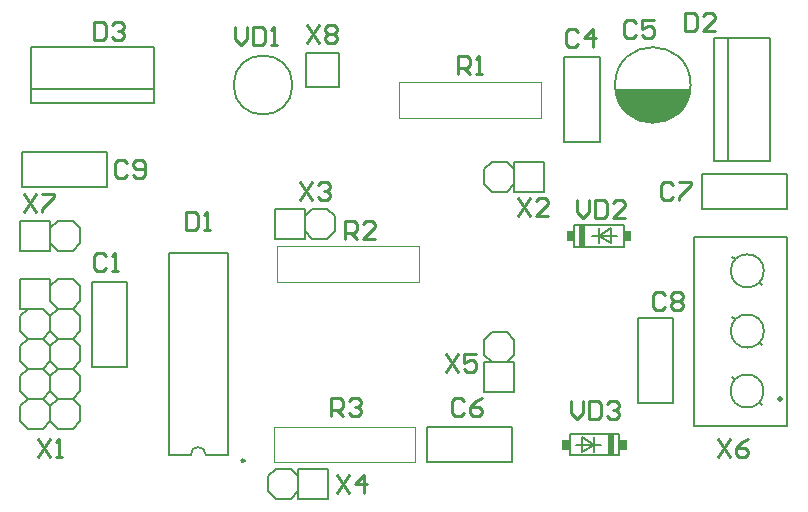
<source format=gto>
G04*
G04 #@! TF.GenerationSoftware,Altium Limited,Altium Designer,21.2.0 (30)*
G04*
G04 Layer_Color=65535*
%FSLAX25Y25*%
%MOIN*%
G70*
G04*
G04 #@! TF.SameCoordinates,D78A5DD7-0F4C-42E9-AD24-41DAAD22F730*
G04*
G04*
G04 #@! TF.FilePolarity,Positive*
G04*
G01*
G75*
%ADD10C,0.00787*%
%ADD11C,0.00984*%
%ADD12C,0.01968*%
%ADD13C,0.00394*%
%ADD14C,0.00600*%
%ADD15C,0.01000*%
G36*
X190315Y35361D02*
X192802D01*
Y32012D01*
X190315D01*
Y35361D01*
D02*
G37*
G36*
X209209Y35359D02*
X211712D01*
Y32012D01*
X209209D01*
Y35359D01*
D02*
G37*
G36*
X205512Y37432D02*
X207523D01*
Y30063D01*
X205512D01*
Y37432D01*
D02*
G37*
G36*
X232480Y149508D02*
X230906Y146358D01*
X228642Y143898D01*
X226378Y142421D01*
X223425Y141339D01*
X220472Y140945D01*
X217913Y141240D01*
X215256Y142028D01*
X212598Y143701D01*
X210531Y145768D01*
X209055Y148327D01*
X208169Y150886D01*
X207874Y152362D01*
X233071D01*
X232480Y149508D01*
D02*
G37*
G36*
X194335Y101649D02*
X191831D01*
Y104996D01*
X194335D01*
Y101649D01*
D02*
G37*
G36*
X213228Y101647D02*
X210742D01*
Y104996D01*
X213228D01*
Y101647D01*
D02*
G37*
G36*
X198031Y99576D02*
X196020D01*
Y106945D01*
X198031D01*
Y99576D01*
D02*
G37*
D10*
X100394Y153543D02*
G03*
X100394Y153543I-9843J0D01*
G01*
X257480Y71535D02*
G03*
X257480Y71535I-5512J0D01*
G01*
X257382Y51535D02*
G03*
X257382Y51535I-5512J0D01*
G01*
X257480Y91594D02*
G03*
X257480Y91594I-5512J0D01*
G01*
X233071Y153543D02*
G03*
X233071Y153543I-12598J0D01*
G01*
X71437Y30354D02*
G03*
X66437Y30354I-2500J0D01*
G01*
X13201Y166142D02*
X54134D01*
Y147441D02*
Y166142D01*
X13201Y147441D02*
Y166142D01*
Y147441D02*
X54134D01*
X13201Y152091D02*
X54134D01*
X234252Y103032D02*
X265354D01*
X256199Y67498D02*
X256955Y66776D01*
X246982Y76295D02*
X247739Y75573D01*
X265354Y40039D02*
Y103032D01*
X234252Y40039D02*
Y103032D01*
Y40039D02*
X265354D01*
X256100Y47498D02*
X256856Y46776D01*
X246884Y56295D02*
X247640Y55573D01*
X246982Y96354D02*
X247739Y95632D01*
X256199Y87557D02*
X256955Y86835D01*
X9685Y108346D02*
X19685D01*
Y98347D02*
Y108346D01*
X9685Y98347D02*
Y108346D01*
X19685Y105847D02*
X22185Y108346D01*
X27185D01*
X29685Y105847D01*
Y100847D02*
Y105847D01*
X27185Y98347D02*
X29685Y100847D01*
X22185Y98347D02*
X27185D01*
X19685Y100847D02*
X22185Y98347D01*
X9685D02*
X19685D01*
X104724Y164173D02*
X115748D01*
Y152756D02*
Y164173D01*
X104724Y152756D02*
Y164173D01*
Y152756D02*
X115748D01*
X9685Y78976D02*
Y88976D01*
X19685Y76476D02*
X22185Y78976D01*
X19685Y86476D02*
X22185Y88976D01*
X19685Y81476D02*
X22185Y78976D01*
X19685Y81476D02*
Y88976D01*
X9685Y78976D02*
X17185D01*
X9685Y88976D02*
X19685D01*
X17185Y78976D02*
X19685Y76476D01*
X9685D02*
X12185Y78976D01*
X9685Y41476D02*
Y46476D01*
Y51476D02*
Y56476D01*
Y61476D02*
Y66476D01*
Y71476D02*
Y76476D01*
X22185Y48976D02*
X27185D01*
X29685Y46476D01*
Y41476D02*
Y46476D01*
X27185Y38976D02*
X29685Y41476D01*
X22185Y38976D02*
X27185D01*
X19685Y41476D02*
X22185Y38976D01*
X19685Y41476D02*
Y46476D01*
X22185Y48976D01*
X19685Y56476D02*
X22185Y58976D01*
X19685Y51476D02*
Y56476D01*
Y51476D02*
X22185Y48976D01*
X27185D02*
X29685Y51476D01*
Y56476D01*
X27185Y58976D02*
X29685Y56476D01*
X27185Y68976D02*
X29685Y66476D01*
Y61476D02*
Y66476D01*
X27185Y58976D02*
X29685Y61476D01*
X22185Y58976D02*
X27185D01*
X19685Y61476D02*
X22185Y58976D01*
X19685Y61476D02*
Y66476D01*
X22185Y68976D01*
X19685Y71476D02*
Y76476D01*
Y71476D02*
X22185Y68976D01*
X27185D01*
X29685Y71476D01*
Y76476D01*
X27185Y78976D02*
X29685Y76476D01*
X27185Y88976D02*
X29685Y86476D01*
X22185Y88976D02*
X27185D01*
X22185Y78976D02*
X27185D01*
X29685Y81476D01*
Y86476D01*
Y81476D02*
Y86476D01*
X17185Y68976D02*
X19685Y71476D01*
X12185Y68976D02*
X17185D01*
X9685Y71476D02*
X12185Y68976D01*
X29685Y71476D02*
Y76476D01*
X9685Y66476D02*
X12185Y68976D01*
X29685Y61476D02*
Y66476D01*
X9685Y61476D02*
X12185Y58976D01*
X17185D01*
X19685Y61476D01*
X17185Y68976D02*
X19685Y66476D01*
X17185Y58976D02*
X19685Y56476D01*
X17185Y48976D02*
X19685Y51476D01*
X9685D02*
X12185Y48976D01*
X29685Y51476D02*
Y56476D01*
X9685D02*
X12185Y58976D01*
X9685Y46476D02*
X12185Y48976D01*
X29685Y41476D02*
Y46476D01*
X9685Y41476D02*
X12185Y38976D01*
X17185D01*
X19685Y41476D01*
X17185Y48976D02*
X19685Y46476D01*
X12185Y48976D02*
X17185D01*
X10236Y131299D02*
X38583D01*
X10236D02*
X10236Y119488D01*
X38583D01*
X38583Y131299D01*
X59094Y97638D02*
X78780D01*
X59094Y30354D02*
X66437D01*
X71437D02*
X78780D01*
X59094D02*
Y97638D01*
X78780Y30354D02*
Y97638D01*
X33465Y59646D02*
X45276Y59646D01*
X33465Y59646D02*
Y87992D01*
X45276Y87992D01*
Y59646D02*
Y87992D01*
X190945Y134449D02*
X202756Y134449D01*
X190945Y134449D02*
Y162795D01*
X202756Y162795D01*
Y134449D02*
Y162795D01*
X145276Y39567D02*
X173622D01*
X145276D02*
X145276Y27756D01*
X173622D01*
X173622Y39567D01*
X236811Y124016D02*
X265158D01*
X236811D02*
X236811Y112205D01*
X265158D01*
X265158Y124016D01*
X215551Y75787D02*
X227362Y75787D01*
Y47441D02*
Y75787D01*
X215551Y47441D02*
X227362Y47441D01*
X215551Y47441D02*
Y75787D01*
X259646Y128347D02*
Y169280D01*
X240945Y128347D02*
X259646D01*
X240945Y169280D02*
X259646D01*
X240945Y128347D02*
Y169280D01*
X245595Y128347D02*
Y169280D01*
X174291Y118032D02*
X184291D01*
X174291D02*
Y128032D01*
X184291Y118032D02*
Y128032D01*
X171791Y118032D02*
X174291Y120531D01*
X166791Y118032D02*
X171791D01*
X164291Y120531D02*
X166791Y118032D01*
X164291Y120531D02*
Y125531D01*
X166791Y128032D01*
X171791D01*
X174291Y125531D01*
Y128032D02*
X184291D01*
X94410Y112284D02*
X104409D01*
Y102284D02*
Y112284D01*
X94410Y102284D02*
Y112284D01*
X104409Y109783D02*
X106909Y112284D01*
X111909D01*
X114409Y109783D01*
Y104783D02*
Y109783D01*
X111909Y102284D02*
X114409Y104783D01*
X106909Y102284D02*
X111909D01*
X104409Y104783D02*
X106909Y102284D01*
X94410D02*
X104409D01*
X102362Y15669D02*
X112362D01*
X102362D02*
Y25669D01*
X112362Y15669D02*
Y25669D01*
X99862Y15669D02*
X102362Y18169D01*
X94862Y15669D02*
X99862D01*
X92362Y18169D02*
X94862Y15669D01*
X92362Y18169D02*
Y23169D01*
X94862Y25669D01*
X99862D01*
X102362Y23169D01*
Y25669D02*
X112362D01*
X164291Y51102D02*
Y61102D01*
X174291D01*
X164291Y51102D02*
X174291D01*
X164291Y63602D02*
X166791Y61102D01*
X164291Y63602D02*
Y68602D01*
X166791Y71102D01*
X171791D01*
X174291Y68602D01*
Y63602D02*
Y68602D01*
X171791Y61102D02*
X174291Y63602D01*
Y51102D02*
Y61102D01*
D11*
X84390Y28307D02*
G03*
X84390Y28307I-492J0D01*
G01*
D12*
X262795Y48898D02*
D03*
D13*
X94095Y39567D02*
X141339D01*
X94095Y27756D02*
Y39567D01*
X141339Y27756D02*
Y39567D01*
X94095Y27756D02*
X141339D01*
X135827Y142638D02*
X183071D01*
Y154449D01*
X135827Y142638D02*
Y154449D01*
X183071D01*
X95276Y99803D02*
X142520D01*
X95276Y87992D02*
Y99803D01*
X142520Y87992D02*
Y99803D01*
X95276Y87992D02*
X142520D01*
D14*
X201012Y33685D02*
X203370D01*
X197012Y36185D02*
X201012Y33685D01*
Y36185D01*
Y31185D02*
Y33685D01*
X197012Y31185D02*
X201012Y33685D01*
X195012D02*
X201012D01*
X197012Y31185D02*
Y36185D01*
X209209Y30063D02*
Y37307D01*
X192815Y30063D02*
X209209D01*
X192815D02*
Y37307D01*
X209209D01*
X200173Y103323D02*
X202532D01*
X206532Y100823D01*
X202532D02*
Y103323D01*
Y105823D01*
Y103323D02*
X206532Y105823D01*
X202532Y103323D02*
X208531D01*
X206532Y100823D02*
Y105823D01*
X194335Y99701D02*
Y106945D01*
X210728D01*
Y99701D02*
Y106945D01*
X194335Y99701D02*
X210728D01*
D15*
X34372Y174653D02*
Y168655D01*
X37371D01*
X38370Y169654D01*
Y173653D01*
X37371Y174653D01*
X34372D01*
X40370Y173653D02*
X41369Y174653D01*
X43369D01*
X44368Y173653D01*
Y172653D01*
X43369Y171653D01*
X42369D01*
X43369D01*
X44368Y170654D01*
Y169654D01*
X43369Y168655D01*
X41369D01*
X40370Y169654D01*
X113112Y43064D02*
Y49062D01*
X116111D01*
X117111Y48062D01*
Y46063D01*
X116111Y45063D01*
X113112D01*
X115111D02*
X117111Y43064D01*
X119110Y48062D02*
X120110Y49062D01*
X122109D01*
X123109Y48062D01*
Y47063D01*
X122109Y46063D01*
X121109D01*
X122109D01*
X123109Y45063D01*
Y44064D01*
X122109Y43064D01*
X120110D01*
X119110Y44064D01*
X81359Y172800D02*
Y168801D01*
X83358Y166802D01*
X85358Y168801D01*
Y172800D01*
X87357D02*
Y166802D01*
X90356D01*
X91356Y167801D01*
Y171800D01*
X90356Y172800D01*
X87357D01*
X93355Y166802D02*
X95354D01*
X94355D01*
Y172800D01*
X93355Y171800D01*
X193184Y48275D02*
Y44276D01*
X195183Y42277D01*
X197182Y44276D01*
Y48275D01*
X199182D02*
Y42277D01*
X202181D01*
X203181Y43276D01*
Y47275D01*
X202181Y48275D01*
X199182D01*
X205180Y47275D02*
X206179Y48275D01*
X208179D01*
X209178Y47275D01*
Y46275D01*
X208179Y45276D01*
X207179D01*
X208179D01*
X209178Y44276D01*
Y43276D01*
X208179Y42277D01*
X206179D01*
X205180Y43276D01*
X242246Y35676D02*
X246244Y29678D01*
Y35676D02*
X242246Y29678D01*
X252242Y35676D02*
X250243Y34677D01*
X248244Y32677D01*
Y30678D01*
X249243Y29678D01*
X251243D01*
X252242Y30678D01*
Y31677D01*
X251243Y32677D01*
X248244D01*
X10848Y117074D02*
X14847Y111076D01*
Y117074D02*
X10848Y111076D01*
X16846Y117074D02*
X20845D01*
Y116074D01*
X16846Y112075D01*
Y111076D01*
X105359Y173584D02*
X109358Y167586D01*
Y173584D02*
X105359Y167586D01*
X111357Y172584D02*
X112357Y173584D01*
X114356D01*
X115356Y172584D01*
Y171584D01*
X114356Y170585D01*
X115356Y169585D01*
Y168586D01*
X114356Y167586D01*
X112357D01*
X111357Y168586D01*
Y169585D01*
X112357Y170585D01*
X111357Y171584D01*
Y172584D01*
X112357Y170585D02*
X114356D01*
X15686Y35479D02*
X19685Y29481D01*
Y35479D02*
X15686Y29481D01*
X21684D02*
X23684D01*
X22684D01*
Y35479D01*
X21684Y34480D01*
X45063Y127393D02*
X44064Y128393D01*
X42064D01*
X41065Y127393D01*
Y123394D01*
X42064Y122395D01*
X44064D01*
X45063Y123394D01*
X47063D02*
X48062Y122395D01*
X50062D01*
X51061Y123394D01*
Y127393D01*
X50062Y128393D01*
X48062D01*
X47063Y127393D01*
Y126393D01*
X48062Y125394D01*
X51061D01*
X214748Y174047D02*
X213749Y175046D01*
X211749D01*
X210750Y174047D01*
Y170048D01*
X211749Y169048D01*
X213749D01*
X214748Y170048D01*
X220746Y175046D02*
X216748D01*
Y172047D01*
X218747Y173047D01*
X219747D01*
X220746Y172047D01*
Y170048D01*
X219747Y169048D01*
X217747D01*
X216748Y170048D01*
X64899Y111267D02*
Y105269D01*
X67898D01*
X68898Y106268D01*
Y110267D01*
X67898Y111267D01*
X64899D01*
X70897Y105269D02*
X72896D01*
X71897D01*
Y111267D01*
X70897Y110267D01*
X38099Y96384D02*
X37099Y97384D01*
X35100D01*
X34100Y96384D01*
Y92386D01*
X35100Y91386D01*
X37099D01*
X38099Y92386D01*
X40098Y91386D02*
X42097D01*
X41098D01*
Y97384D01*
X40098Y96384D01*
X195536Y171158D02*
X194536Y172158D01*
X192537D01*
X191537Y171158D01*
Y167159D01*
X192537Y166160D01*
X194536D01*
X195536Y167159D01*
X200534Y166160D02*
Y172158D01*
X197535Y169159D01*
X201534D01*
X157662Y48062D02*
X156662Y49062D01*
X154663D01*
X153663Y48062D01*
Y44064D01*
X154663Y43064D01*
X156662D01*
X157662Y44064D01*
X163660Y49062D02*
X161660Y48062D01*
X159661Y46063D01*
Y44064D01*
X160661Y43064D01*
X162660D01*
X163660Y44064D01*
Y45063D01*
X162660Y46063D01*
X159661D01*
X227347Y120110D02*
X226347Y121109D01*
X224348D01*
X223348Y120110D01*
Y116111D01*
X224348Y115111D01*
X226347D01*
X227347Y116111D01*
X229346Y121109D02*
X233345D01*
Y120110D01*
X229346Y116111D01*
Y115111D01*
X224591Y83495D02*
X223591Y84495D01*
X221592D01*
X220592Y83495D01*
Y79497D01*
X221592Y78497D01*
X223591D01*
X224591Y79497D01*
X226590Y83495D02*
X227590Y84495D01*
X229589D01*
X230589Y83495D01*
Y82496D01*
X229589Y81496D01*
X230589Y80496D01*
Y79497D01*
X229589Y78497D01*
X227590D01*
X226590Y79497D01*
Y80496D01*
X227590Y81496D01*
X226590Y82496D01*
Y83495D01*
X227590Y81496D02*
X229589D01*
X231222Y177409D02*
Y171410D01*
X234221D01*
X235221Y172410D01*
Y176409D01*
X234221Y177409D01*
X231222D01*
X241219Y171410D02*
X237220D01*
X241219Y175409D01*
Y176409D01*
X240219Y177409D01*
X238220D01*
X237220Y176409D01*
X155450Y157355D02*
Y163353D01*
X158449D01*
X159449Y162354D01*
Y160354D01*
X158449Y159355D01*
X155450D01*
X157449D02*
X159449Y157355D01*
X161448D02*
X163447D01*
X162448D01*
Y163353D01*
X161448Y162354D01*
X118033Y102316D02*
Y108314D01*
X121032D01*
X122032Y107314D01*
Y105315D01*
X121032Y104315D01*
X118033D01*
X120033D02*
X122032Y102316D01*
X128030D02*
X124031D01*
X128030Y106315D01*
Y107314D01*
X127030Y108314D01*
X125031D01*
X124031Y107314D01*
X195152Y115204D02*
Y111205D01*
X197152Y109206D01*
X199151Y111205D01*
Y115204D01*
X201150D02*
Y109206D01*
X204149D01*
X205149Y110205D01*
Y114204D01*
X204149Y115204D01*
X201150D01*
X211147Y109206D02*
X207148D01*
X211147Y113204D01*
Y114204D01*
X210147Y115204D01*
X208148D01*
X207148Y114204D01*
X175710Y115991D02*
X179709Y109993D01*
Y115991D02*
X175710Y109993D01*
X185707D02*
X181708D01*
X185707Y113992D01*
Y114991D01*
X184707Y115991D01*
X182708D01*
X181708Y114991D01*
X102876Y121109D02*
X106874Y115111D01*
Y121109D02*
X102876Y115111D01*
X108874Y120110D02*
X109873Y121109D01*
X111873D01*
X112872Y120110D01*
Y119110D01*
X111873Y118110D01*
X110873D01*
X111873D01*
X112872Y117111D01*
Y116111D01*
X111873Y115111D01*
X109873D01*
X108874Y116111D01*
X115080Y23668D02*
X119079Y17670D01*
Y23668D02*
X115080Y17670D01*
X124077D02*
Y23668D01*
X121078Y20669D01*
X125077D01*
X151498Y64023D02*
X155496Y58025D01*
Y64023D02*
X151498Y58025D01*
X161495Y64023D02*
X157496D01*
Y61024D01*
X159495Y62023D01*
X160495D01*
X161495Y61024D01*
Y59024D01*
X160495Y58025D01*
X158495D01*
X157496Y59024D01*
M02*

</source>
